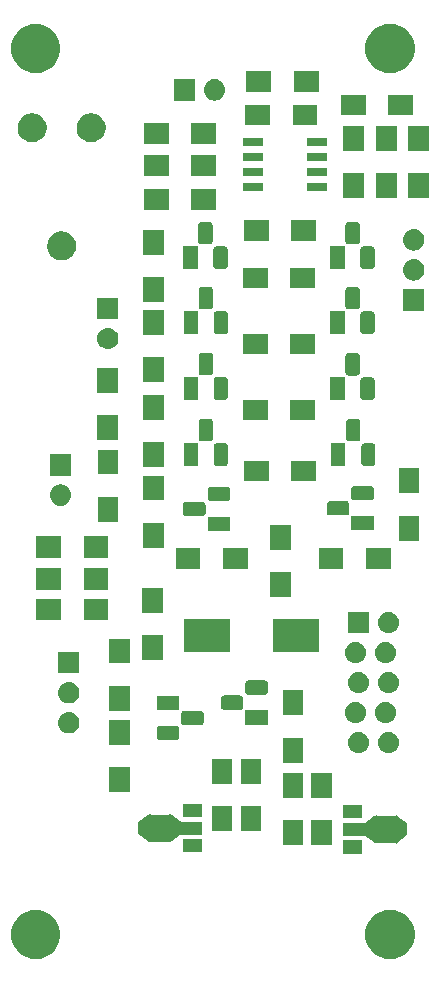
<source format=gts>
G04 #@! TF.GenerationSoftware,KiCad,Pcbnew,(5.1.0)-1*
G04 #@! TF.CreationDate,2019-05-12T11:57:30-04:00*
G04 #@! TF.ProjectId,VCF,5643462e-6b69-4636-9164-5f7063625858,rev?*
G04 #@! TF.SameCoordinates,Original*
G04 #@! TF.FileFunction,Soldermask,Top*
G04 #@! TF.FilePolarity,Negative*
%FSLAX46Y46*%
G04 Gerber Fmt 4.6, Leading zero omitted, Abs format (unit mm)*
G04 Created by KiCad (PCBNEW (5.1.0)-1) date 2019-05-12 11:57:30*
%MOMM*%
%LPD*%
G04 APERTURE LIST*
%ADD10C,0.100000*%
G04 APERTURE END LIST*
D10*
G36*
X65406373Y-107957024D02*
G01*
X65607589Y-107997048D01*
X65986671Y-108154069D01*
X66327835Y-108382028D01*
X66617972Y-108672165D01*
X66845931Y-109013329D01*
X67002952Y-109392411D01*
X67083000Y-109794842D01*
X67083000Y-110205158D01*
X67002952Y-110607589D01*
X66845931Y-110986671D01*
X66617972Y-111327835D01*
X66327835Y-111617972D01*
X65986671Y-111845931D01*
X65607589Y-112002952D01*
X65406373Y-112042976D01*
X65205159Y-112083000D01*
X64794841Y-112083000D01*
X64593627Y-112042976D01*
X64392411Y-112002952D01*
X64013329Y-111845931D01*
X63672165Y-111617972D01*
X63382028Y-111327835D01*
X63154069Y-110986671D01*
X62997048Y-110607589D01*
X62917000Y-110205158D01*
X62917000Y-109794842D01*
X62997048Y-109392411D01*
X63154069Y-109013329D01*
X63382028Y-108672165D01*
X63672165Y-108382028D01*
X64013329Y-108154069D01*
X64392411Y-107997048D01*
X64593627Y-107957024D01*
X64794841Y-107917000D01*
X65205159Y-107917000D01*
X65406373Y-107957024D01*
X65406373Y-107957024D01*
G37*
G36*
X35406373Y-107957024D02*
G01*
X35607589Y-107997048D01*
X35986671Y-108154069D01*
X36327835Y-108382028D01*
X36617972Y-108672165D01*
X36845931Y-109013329D01*
X37002952Y-109392411D01*
X37083000Y-109794842D01*
X37083000Y-110205158D01*
X37002952Y-110607589D01*
X36845931Y-110986671D01*
X36617972Y-111327835D01*
X36327835Y-111617972D01*
X35986671Y-111845931D01*
X35607589Y-112002952D01*
X35406373Y-112042976D01*
X35205159Y-112083000D01*
X34794841Y-112083000D01*
X34593627Y-112042976D01*
X34392411Y-112002952D01*
X34013329Y-111845931D01*
X33672165Y-111617972D01*
X33382028Y-111327835D01*
X33154069Y-110986671D01*
X32997048Y-110607589D01*
X32917000Y-110205158D01*
X32917000Y-109794842D01*
X32997048Y-109392411D01*
X33154069Y-109013329D01*
X33382028Y-108672165D01*
X33672165Y-108382028D01*
X34013329Y-108154069D01*
X34392411Y-107997048D01*
X34593627Y-107957024D01*
X34794841Y-107917000D01*
X35205159Y-107917000D01*
X35406373Y-107957024D01*
X35406373Y-107957024D01*
G37*
G36*
X62654500Y-103151000D02*
G01*
X61052500Y-103151000D01*
X61052500Y-102049000D01*
X62654500Y-102049000D01*
X62654500Y-103151000D01*
X62654500Y-103151000D01*
G37*
G36*
X49114500Y-103051000D02*
G01*
X47512500Y-103051000D01*
X47512500Y-101949000D01*
X49114500Y-101949000D01*
X49114500Y-103051000D01*
X49114500Y-103051000D01*
G37*
G36*
X57651000Y-102451000D02*
G01*
X55949000Y-102451000D01*
X55949000Y-100349000D01*
X57651000Y-100349000D01*
X57651000Y-102451000D01*
X57651000Y-102451000D01*
G37*
G36*
X60051000Y-102451000D02*
G01*
X58349000Y-102451000D01*
X58349000Y-100349000D01*
X60051000Y-100349000D01*
X60051000Y-102451000D01*
X60051000Y-102451000D01*
G37*
G36*
X65559276Y-99926121D02*
G01*
X65580584Y-99938222D01*
X65603843Y-99945933D01*
X65631361Y-99949000D01*
X65642735Y-99949000D01*
X65647515Y-99964757D01*
X65659066Y-99986368D01*
X65674611Y-100005310D01*
X65690914Y-100019042D01*
X66476500Y-100573574D01*
X66476500Y-101626426D01*
X65690914Y-102180958D01*
X65672377Y-102196983D01*
X65657322Y-102216317D01*
X65646328Y-102238216D01*
X65642805Y-102251000D01*
X65631361Y-102251000D01*
X65606975Y-102253402D01*
X65583526Y-102260515D01*
X65559276Y-102273879D01*
X65506051Y-102311450D01*
X65503434Y-102306553D01*
X65487889Y-102287611D01*
X65468947Y-102272066D01*
X65447336Y-102260515D01*
X65423887Y-102253402D01*
X65399501Y-102251000D01*
X63933299Y-102251000D01*
X63908913Y-102253402D01*
X63885464Y-102260515D01*
X63863853Y-102272066D01*
X63844911Y-102287611D01*
X63829366Y-102306553D01*
X63826975Y-102311026D01*
X63773504Y-102273596D01*
X63752149Y-102261579D01*
X63728860Y-102253959D01*
X63701822Y-102251000D01*
X63690856Y-102251000D01*
X63686485Y-102236590D01*
X63674934Y-102214979D01*
X63659389Y-102196037D01*
X63642683Y-102182022D01*
X62916360Y-101673596D01*
X62895005Y-101661579D01*
X62871716Y-101653959D01*
X62844678Y-101651000D01*
X61049000Y-101651000D01*
X61049000Y-100549000D01*
X62844678Y-100549000D01*
X62869064Y-100546598D01*
X62892513Y-100539485D01*
X62916360Y-100526404D01*
X63642683Y-100017978D01*
X63661284Y-100002026D01*
X63676415Y-99982752D01*
X63687495Y-99960896D01*
X63690824Y-99949000D01*
X63701822Y-99949000D01*
X63726208Y-99946598D01*
X63749657Y-99939485D01*
X63773504Y-99926404D01*
X63826975Y-99888974D01*
X63829366Y-99893447D01*
X63844911Y-99912389D01*
X63863853Y-99927934D01*
X63885464Y-99939485D01*
X63908913Y-99946598D01*
X63933299Y-99949000D01*
X65399501Y-99949000D01*
X65423887Y-99946598D01*
X65447336Y-99939485D01*
X65468947Y-99927934D01*
X65487889Y-99912389D01*
X65503434Y-99893447D01*
X65506051Y-99888550D01*
X65559276Y-99926121D01*
X65559276Y-99926121D01*
G37*
G36*
X44663566Y-99793447D02*
G01*
X44679111Y-99812389D01*
X44698053Y-99827934D01*
X44719664Y-99839485D01*
X44743113Y-99846598D01*
X44767499Y-99849000D01*
X46233701Y-99849000D01*
X46258087Y-99846598D01*
X46281536Y-99839485D01*
X46303147Y-99827934D01*
X46322089Y-99812389D01*
X46337634Y-99793447D01*
X46340025Y-99788974D01*
X46393496Y-99826404D01*
X46414851Y-99838421D01*
X46438140Y-99846041D01*
X46465178Y-99849000D01*
X46476144Y-99849000D01*
X46480515Y-99863410D01*
X46492066Y-99885021D01*
X46507611Y-99903963D01*
X46524317Y-99917978D01*
X47250640Y-100426404D01*
X47271995Y-100438421D01*
X47295284Y-100446041D01*
X47322322Y-100449000D01*
X49118000Y-100449000D01*
X49118000Y-101551000D01*
X47322322Y-101551000D01*
X47297936Y-101553402D01*
X47274487Y-101560515D01*
X47250640Y-101573596D01*
X46524317Y-102082022D01*
X46505716Y-102097974D01*
X46490585Y-102117248D01*
X46479505Y-102139104D01*
X46476176Y-102151000D01*
X46465178Y-102151000D01*
X46440792Y-102153402D01*
X46417343Y-102160515D01*
X46393496Y-102173596D01*
X46340025Y-102211026D01*
X46337634Y-102206553D01*
X46322089Y-102187611D01*
X46303147Y-102172066D01*
X46281536Y-102160515D01*
X46258087Y-102153402D01*
X46233701Y-102151000D01*
X44767499Y-102151000D01*
X44743113Y-102153402D01*
X44719664Y-102160515D01*
X44698053Y-102172066D01*
X44679111Y-102187611D01*
X44663566Y-102206553D01*
X44660949Y-102211450D01*
X44607724Y-102173879D01*
X44586416Y-102161778D01*
X44563157Y-102154067D01*
X44535639Y-102151000D01*
X44524265Y-102151000D01*
X44519485Y-102135243D01*
X44507934Y-102113632D01*
X44492389Y-102094690D01*
X44476086Y-102080958D01*
X43690500Y-101526426D01*
X43690500Y-100473574D01*
X44476086Y-99919042D01*
X44494623Y-99903017D01*
X44509678Y-99883683D01*
X44520672Y-99861784D01*
X44524195Y-99849000D01*
X44535639Y-99849000D01*
X44560025Y-99846598D01*
X44583474Y-99839485D01*
X44607724Y-99826121D01*
X44660949Y-99788550D01*
X44663566Y-99793447D01*
X44663566Y-99793447D01*
G37*
G36*
X54051000Y-101251000D02*
G01*
X52349000Y-101251000D01*
X52349000Y-99149000D01*
X54051000Y-99149000D01*
X54051000Y-101251000D01*
X54051000Y-101251000D01*
G37*
G36*
X51651000Y-101251000D02*
G01*
X49949000Y-101251000D01*
X49949000Y-99149000D01*
X51651000Y-99149000D01*
X51651000Y-101251000D01*
X51651000Y-101251000D01*
G37*
G36*
X62654500Y-100151000D02*
G01*
X61052500Y-100151000D01*
X61052500Y-99049000D01*
X62654500Y-99049000D01*
X62654500Y-100151000D01*
X62654500Y-100151000D01*
G37*
G36*
X49114500Y-100051000D02*
G01*
X47512500Y-100051000D01*
X47512500Y-98949000D01*
X49114500Y-98949000D01*
X49114500Y-100051000D01*
X49114500Y-100051000D01*
G37*
G36*
X60051000Y-98451000D02*
G01*
X58349000Y-98451000D01*
X58349000Y-96349000D01*
X60051000Y-96349000D01*
X60051000Y-98451000D01*
X60051000Y-98451000D01*
G37*
G36*
X57651000Y-98451000D02*
G01*
X55949000Y-98451000D01*
X55949000Y-96349000D01*
X57651000Y-96349000D01*
X57651000Y-98451000D01*
X57651000Y-98451000D01*
G37*
G36*
X43001000Y-97951000D02*
G01*
X41199000Y-97951000D01*
X41199000Y-95849000D01*
X43001000Y-95849000D01*
X43001000Y-97951000D01*
X43001000Y-97951000D01*
G37*
G36*
X51651000Y-97251000D02*
G01*
X49949000Y-97251000D01*
X49949000Y-95149000D01*
X51651000Y-95149000D01*
X51651000Y-97251000D01*
X51651000Y-97251000D01*
G37*
G36*
X54051000Y-97251000D02*
G01*
X52349000Y-97251000D01*
X52349000Y-95149000D01*
X54051000Y-95149000D01*
X54051000Y-97251000D01*
X54051000Y-97251000D01*
G37*
G36*
X57651000Y-95451000D02*
G01*
X55949000Y-95451000D01*
X55949000Y-93349000D01*
X57651000Y-93349000D01*
X57651000Y-95451000D01*
X57651000Y-95451000D01*
G37*
G36*
X64977442Y-92865518D02*
G01*
X65043627Y-92872037D01*
X65213466Y-92923557D01*
X65369991Y-93007222D01*
X65405729Y-93036552D01*
X65507186Y-93119814D01*
X65590448Y-93221271D01*
X65619778Y-93257009D01*
X65619779Y-93257011D01*
X65700191Y-93407449D01*
X65703443Y-93413534D01*
X65754963Y-93583373D01*
X65772359Y-93760000D01*
X65754963Y-93936627D01*
X65703443Y-94106466D01*
X65619778Y-94262991D01*
X65590448Y-94298729D01*
X65507186Y-94400186D01*
X65405729Y-94483448D01*
X65369991Y-94512778D01*
X65213466Y-94596443D01*
X65043627Y-94647963D01*
X64977443Y-94654481D01*
X64911260Y-94661000D01*
X64822740Y-94661000D01*
X64756557Y-94654481D01*
X64690373Y-94647963D01*
X64520534Y-94596443D01*
X64364009Y-94512778D01*
X64328271Y-94483448D01*
X64226814Y-94400186D01*
X64143552Y-94298729D01*
X64114222Y-94262991D01*
X64030557Y-94106466D01*
X63979037Y-93936627D01*
X63961641Y-93760000D01*
X63979037Y-93583373D01*
X64030557Y-93413534D01*
X64033810Y-93407449D01*
X64114221Y-93257011D01*
X64114222Y-93257009D01*
X64143552Y-93221271D01*
X64226814Y-93119814D01*
X64328271Y-93036552D01*
X64364009Y-93007222D01*
X64520534Y-92923557D01*
X64690373Y-92872037D01*
X64756558Y-92865518D01*
X64822740Y-92859000D01*
X64911260Y-92859000D01*
X64977442Y-92865518D01*
X64977442Y-92865518D01*
G37*
G36*
X62437442Y-92865518D02*
G01*
X62503627Y-92872037D01*
X62673466Y-92923557D01*
X62829991Y-93007222D01*
X62865729Y-93036552D01*
X62967186Y-93119814D01*
X63050448Y-93221271D01*
X63079778Y-93257009D01*
X63079779Y-93257011D01*
X63160191Y-93407449D01*
X63163443Y-93413534D01*
X63214963Y-93583373D01*
X63232359Y-93760000D01*
X63214963Y-93936627D01*
X63163443Y-94106466D01*
X63079778Y-94262991D01*
X63050448Y-94298729D01*
X62967186Y-94400186D01*
X62865729Y-94483448D01*
X62829991Y-94512778D01*
X62673466Y-94596443D01*
X62503627Y-94647963D01*
X62437443Y-94654481D01*
X62371260Y-94661000D01*
X62282740Y-94661000D01*
X62216557Y-94654481D01*
X62150373Y-94647963D01*
X61980534Y-94596443D01*
X61824009Y-94512778D01*
X61788271Y-94483448D01*
X61686814Y-94400186D01*
X61603552Y-94298729D01*
X61574222Y-94262991D01*
X61490557Y-94106466D01*
X61439037Y-93936627D01*
X61421641Y-93760000D01*
X61439037Y-93583373D01*
X61490557Y-93413534D01*
X61493810Y-93407449D01*
X61574221Y-93257011D01*
X61574222Y-93257009D01*
X61603552Y-93221271D01*
X61686814Y-93119814D01*
X61788271Y-93036552D01*
X61824009Y-93007222D01*
X61980534Y-92923557D01*
X62150373Y-92872037D01*
X62216558Y-92865518D01*
X62282740Y-92859000D01*
X62371260Y-92859000D01*
X62437442Y-92865518D01*
X62437442Y-92865518D01*
G37*
G36*
X43001000Y-93951000D02*
G01*
X41199000Y-93951000D01*
X41199000Y-91849000D01*
X43001000Y-91849000D01*
X43001000Y-93951000D01*
X43001000Y-93951000D01*
G37*
G36*
X46959315Y-92344166D02*
G01*
X47003843Y-92357674D01*
X47044892Y-92379615D01*
X47080864Y-92409136D01*
X47110385Y-92445108D01*
X47132326Y-92486157D01*
X47145834Y-92530685D01*
X47151000Y-92583140D01*
X47151000Y-93296860D01*
X47145834Y-93349315D01*
X47132326Y-93393843D01*
X47110385Y-93434892D01*
X47080864Y-93470864D01*
X47044892Y-93500385D01*
X47003843Y-93522326D01*
X46959315Y-93535834D01*
X46906860Y-93541000D01*
X45493140Y-93541000D01*
X45440685Y-93535834D01*
X45396157Y-93522326D01*
X45355108Y-93500385D01*
X45319136Y-93470864D01*
X45289615Y-93434892D01*
X45267674Y-93393843D01*
X45254166Y-93349315D01*
X45249000Y-93296860D01*
X45249000Y-92583140D01*
X45254166Y-92530685D01*
X45267674Y-92486157D01*
X45289615Y-92445108D01*
X45319136Y-92409136D01*
X45355108Y-92379615D01*
X45396157Y-92357674D01*
X45440685Y-92344166D01*
X45493140Y-92339000D01*
X46906860Y-92339000D01*
X46959315Y-92344166D01*
X46959315Y-92344166D01*
G37*
G36*
X37904396Y-91184923D02*
G01*
X37976627Y-91192037D01*
X38146466Y-91243557D01*
X38302991Y-91327222D01*
X38338729Y-91356552D01*
X38440186Y-91439814D01*
X38523448Y-91541271D01*
X38552778Y-91577009D01*
X38636443Y-91733534D01*
X38687963Y-91903373D01*
X38705359Y-92080000D01*
X38687963Y-92256627D01*
X38636443Y-92426466D01*
X38552778Y-92582991D01*
X38523448Y-92618729D01*
X38440186Y-92720186D01*
X38338729Y-92803448D01*
X38302991Y-92832778D01*
X38146466Y-92916443D01*
X37976627Y-92967963D01*
X37910443Y-92974481D01*
X37844260Y-92981000D01*
X37755740Y-92981000D01*
X37689557Y-92974481D01*
X37623373Y-92967963D01*
X37453534Y-92916443D01*
X37297009Y-92832778D01*
X37261271Y-92803448D01*
X37159814Y-92720186D01*
X37076552Y-92618729D01*
X37047222Y-92582991D01*
X36963557Y-92426466D01*
X36912037Y-92256627D01*
X36894641Y-92080000D01*
X36912037Y-91903373D01*
X36963557Y-91733534D01*
X37047222Y-91577009D01*
X37076552Y-91541271D01*
X37159814Y-91439814D01*
X37261271Y-91356552D01*
X37297009Y-91327222D01*
X37453534Y-91243557D01*
X37623373Y-91192037D01*
X37695604Y-91184923D01*
X37755740Y-91179000D01*
X37844260Y-91179000D01*
X37904396Y-91184923D01*
X37904396Y-91184923D01*
G37*
G36*
X49029315Y-91074166D02*
G01*
X49073843Y-91087674D01*
X49114892Y-91109615D01*
X49150864Y-91139136D01*
X49180385Y-91175108D01*
X49202326Y-91216157D01*
X49215834Y-91260685D01*
X49221000Y-91313140D01*
X49221000Y-92026860D01*
X49215834Y-92079315D01*
X49202326Y-92123843D01*
X49180385Y-92164892D01*
X49150864Y-92200864D01*
X49114892Y-92230385D01*
X49073843Y-92252326D01*
X49029315Y-92265834D01*
X48976860Y-92271000D01*
X47563140Y-92271000D01*
X47510685Y-92265834D01*
X47466157Y-92252326D01*
X47425108Y-92230385D01*
X47389136Y-92200864D01*
X47359615Y-92164892D01*
X47337674Y-92123843D01*
X47324166Y-92079315D01*
X47319000Y-92026860D01*
X47319000Y-91313140D01*
X47324166Y-91260685D01*
X47337675Y-91216153D01*
X47354368Y-91184923D01*
X47360417Y-91170320D01*
X47372624Y-91159256D01*
X47389136Y-91139136D01*
X47425108Y-91109615D01*
X47466157Y-91087674D01*
X47510685Y-91074166D01*
X47563140Y-91069000D01*
X48976860Y-91069000D01*
X49029315Y-91074166D01*
X49029315Y-91074166D01*
G37*
G36*
X54651000Y-92241000D02*
G01*
X52749000Y-92241000D01*
X52749000Y-91039000D01*
X54651000Y-91039000D01*
X54651000Y-92241000D01*
X54651000Y-92241000D01*
G37*
G36*
X62183443Y-90325519D02*
G01*
X62249627Y-90332037D01*
X62419466Y-90383557D01*
X62575991Y-90467222D01*
X62611729Y-90496552D01*
X62713186Y-90579814D01*
X62787609Y-90670500D01*
X62825778Y-90717009D01*
X62862385Y-90785496D01*
X62899578Y-90855077D01*
X62909443Y-90873534D01*
X62960963Y-91043373D01*
X62978359Y-91220000D01*
X62960963Y-91396627D01*
X62909443Y-91566466D01*
X62825778Y-91722991D01*
X62796448Y-91758729D01*
X62713186Y-91860186D01*
X62611729Y-91943448D01*
X62575991Y-91972778D01*
X62575989Y-91972779D01*
X62474812Y-92026860D01*
X62419466Y-92056443D01*
X62249627Y-92107963D01*
X62183443Y-92114481D01*
X62117260Y-92121000D01*
X62028740Y-92121000D01*
X61962557Y-92114481D01*
X61896373Y-92107963D01*
X61726534Y-92056443D01*
X61671189Y-92026860D01*
X61570011Y-91972779D01*
X61570009Y-91972778D01*
X61534271Y-91943448D01*
X61432814Y-91860186D01*
X61349552Y-91758729D01*
X61320222Y-91722991D01*
X61236557Y-91566466D01*
X61185037Y-91396627D01*
X61167641Y-91220000D01*
X61185037Y-91043373D01*
X61236557Y-90873534D01*
X61246423Y-90855077D01*
X61283615Y-90785496D01*
X61320222Y-90717009D01*
X61358391Y-90670500D01*
X61432814Y-90579814D01*
X61534271Y-90496552D01*
X61570009Y-90467222D01*
X61726534Y-90383557D01*
X61896373Y-90332037D01*
X61962557Y-90325519D01*
X62028740Y-90319000D01*
X62117260Y-90319000D01*
X62183443Y-90325519D01*
X62183443Y-90325519D01*
G37*
G36*
X64723443Y-90325519D02*
G01*
X64789627Y-90332037D01*
X64959466Y-90383557D01*
X65115991Y-90467222D01*
X65151729Y-90496552D01*
X65253186Y-90579814D01*
X65327609Y-90670500D01*
X65365778Y-90717009D01*
X65402385Y-90785496D01*
X65439578Y-90855077D01*
X65449443Y-90873534D01*
X65500963Y-91043373D01*
X65518359Y-91220000D01*
X65500963Y-91396627D01*
X65449443Y-91566466D01*
X65365778Y-91722991D01*
X65336448Y-91758729D01*
X65253186Y-91860186D01*
X65151729Y-91943448D01*
X65115991Y-91972778D01*
X65115989Y-91972779D01*
X65014812Y-92026860D01*
X64959466Y-92056443D01*
X64789627Y-92107963D01*
X64723443Y-92114481D01*
X64657260Y-92121000D01*
X64568740Y-92121000D01*
X64502557Y-92114481D01*
X64436373Y-92107963D01*
X64266534Y-92056443D01*
X64211189Y-92026860D01*
X64110011Y-91972779D01*
X64110009Y-91972778D01*
X64074271Y-91943448D01*
X63972814Y-91860186D01*
X63889552Y-91758729D01*
X63860222Y-91722991D01*
X63776557Y-91566466D01*
X63725037Y-91396627D01*
X63707641Y-91220000D01*
X63725037Y-91043373D01*
X63776557Y-90873534D01*
X63786423Y-90855077D01*
X63823615Y-90785496D01*
X63860222Y-90717009D01*
X63898391Y-90670500D01*
X63972814Y-90579814D01*
X64074271Y-90496552D01*
X64110009Y-90467222D01*
X64266534Y-90383557D01*
X64436373Y-90332037D01*
X64502557Y-90325519D01*
X64568740Y-90319000D01*
X64657260Y-90319000D01*
X64723443Y-90325519D01*
X64723443Y-90325519D01*
G37*
G36*
X57651000Y-91451000D02*
G01*
X55949000Y-91451000D01*
X55949000Y-89349000D01*
X57651000Y-89349000D01*
X57651000Y-91451000D01*
X57651000Y-91451000D01*
G37*
G36*
X43001000Y-91051000D02*
G01*
X41199000Y-91051000D01*
X41199000Y-88949000D01*
X43001000Y-88949000D01*
X43001000Y-91051000D01*
X43001000Y-91051000D01*
G37*
G36*
X47151000Y-91001000D02*
G01*
X45249000Y-91001000D01*
X45249000Y-89799000D01*
X47151000Y-89799000D01*
X47151000Y-91001000D01*
X47151000Y-91001000D01*
G37*
G36*
X52389315Y-89774166D02*
G01*
X52433843Y-89787674D01*
X52474892Y-89809615D01*
X52510864Y-89839136D01*
X52540385Y-89875108D01*
X52562326Y-89916157D01*
X52575834Y-89960685D01*
X52581000Y-90013140D01*
X52581000Y-90726860D01*
X52575834Y-90779315D01*
X52562325Y-90823847D01*
X52545632Y-90855077D01*
X52539583Y-90869680D01*
X52527376Y-90880744D01*
X52510864Y-90900864D01*
X52474892Y-90930385D01*
X52433843Y-90952326D01*
X52389315Y-90965834D01*
X52336860Y-90971000D01*
X50923140Y-90971000D01*
X50870685Y-90965834D01*
X50826157Y-90952326D01*
X50785108Y-90930385D01*
X50749136Y-90900864D01*
X50719615Y-90864892D01*
X50697674Y-90823843D01*
X50684166Y-90779315D01*
X50679000Y-90726860D01*
X50679000Y-90013140D01*
X50684166Y-89960685D01*
X50697674Y-89916157D01*
X50719615Y-89875108D01*
X50749136Y-89839136D01*
X50785108Y-89809615D01*
X50826157Y-89787674D01*
X50870685Y-89774166D01*
X50923140Y-89769000D01*
X52336860Y-89769000D01*
X52389315Y-89774166D01*
X52389315Y-89774166D01*
G37*
G36*
X37910443Y-88645519D02*
G01*
X37976627Y-88652037D01*
X38146466Y-88703557D01*
X38302991Y-88787222D01*
X38338729Y-88816552D01*
X38440186Y-88899814D01*
X38523448Y-89001271D01*
X38552778Y-89037009D01*
X38636443Y-89193534D01*
X38687963Y-89363373D01*
X38705359Y-89540000D01*
X38687963Y-89716627D01*
X38636443Y-89886466D01*
X38552778Y-90042991D01*
X38531022Y-90069500D01*
X38440186Y-90180186D01*
X38338729Y-90263448D01*
X38302991Y-90292778D01*
X38146466Y-90376443D01*
X37976627Y-90427963D01*
X37910442Y-90434482D01*
X37844260Y-90441000D01*
X37755740Y-90441000D01*
X37689558Y-90434482D01*
X37623373Y-90427963D01*
X37453534Y-90376443D01*
X37297009Y-90292778D01*
X37261271Y-90263448D01*
X37159814Y-90180186D01*
X37068978Y-90069500D01*
X37047222Y-90042991D01*
X36963557Y-89886466D01*
X36912037Y-89716627D01*
X36894641Y-89540000D01*
X36912037Y-89363373D01*
X36963557Y-89193534D01*
X37047222Y-89037009D01*
X37076552Y-89001271D01*
X37159814Y-88899814D01*
X37261271Y-88816552D01*
X37297009Y-88787222D01*
X37453534Y-88703557D01*
X37623373Y-88652037D01*
X37689557Y-88645519D01*
X37755740Y-88639000D01*
X37844260Y-88639000D01*
X37910443Y-88645519D01*
X37910443Y-88645519D01*
G37*
G36*
X54459315Y-88504166D02*
G01*
X54503843Y-88517674D01*
X54544892Y-88539615D01*
X54580864Y-88569136D01*
X54610385Y-88605108D01*
X54632326Y-88646157D01*
X54645834Y-88690685D01*
X54651000Y-88743140D01*
X54651000Y-89456860D01*
X54645834Y-89509315D01*
X54632326Y-89553843D01*
X54610385Y-89594892D01*
X54580864Y-89630864D01*
X54544892Y-89660385D01*
X54503843Y-89682326D01*
X54459315Y-89695834D01*
X54406860Y-89701000D01*
X52993140Y-89701000D01*
X52940685Y-89695834D01*
X52896157Y-89682326D01*
X52855108Y-89660385D01*
X52819136Y-89630864D01*
X52789615Y-89594892D01*
X52767674Y-89553843D01*
X52754166Y-89509315D01*
X52749000Y-89456860D01*
X52749000Y-88743140D01*
X52754166Y-88690685D01*
X52767674Y-88646157D01*
X52789615Y-88605108D01*
X52819136Y-88569136D01*
X52855108Y-88539615D01*
X52896157Y-88517674D01*
X52940685Y-88504166D01*
X52993140Y-88499000D01*
X54406860Y-88499000D01*
X54459315Y-88504166D01*
X54459315Y-88504166D01*
G37*
G36*
X64977443Y-87785519D02*
G01*
X65043627Y-87792037D01*
X65213466Y-87843557D01*
X65369991Y-87927222D01*
X65405729Y-87956552D01*
X65507186Y-88039814D01*
X65590448Y-88141271D01*
X65619778Y-88177009D01*
X65703443Y-88333534D01*
X65754963Y-88503373D01*
X65772359Y-88680000D01*
X65754963Y-88856627D01*
X65703443Y-89026466D01*
X65619778Y-89182991D01*
X65590448Y-89218729D01*
X65507186Y-89320186D01*
X65409322Y-89400500D01*
X65369991Y-89432778D01*
X65369989Y-89432779D01*
X65226802Y-89509315D01*
X65213466Y-89516443D01*
X65043627Y-89567963D01*
X64977442Y-89574482D01*
X64911260Y-89581000D01*
X64822740Y-89581000D01*
X64756558Y-89574482D01*
X64690373Y-89567963D01*
X64520534Y-89516443D01*
X64507199Y-89509315D01*
X64364011Y-89432779D01*
X64364009Y-89432778D01*
X64324678Y-89400500D01*
X64226814Y-89320186D01*
X64143552Y-89218729D01*
X64114222Y-89182991D01*
X64030557Y-89026466D01*
X63979037Y-88856627D01*
X63961641Y-88680000D01*
X63979037Y-88503373D01*
X64030557Y-88333534D01*
X64114222Y-88177009D01*
X64143552Y-88141271D01*
X64226814Y-88039814D01*
X64328271Y-87956552D01*
X64364009Y-87927222D01*
X64520534Y-87843557D01*
X64690373Y-87792037D01*
X64756557Y-87785519D01*
X64822740Y-87779000D01*
X64911260Y-87779000D01*
X64977443Y-87785519D01*
X64977443Y-87785519D01*
G37*
G36*
X62437443Y-87785519D02*
G01*
X62503627Y-87792037D01*
X62673466Y-87843557D01*
X62829991Y-87927222D01*
X62865729Y-87956552D01*
X62967186Y-88039814D01*
X63050448Y-88141271D01*
X63079778Y-88177009D01*
X63163443Y-88333534D01*
X63214963Y-88503373D01*
X63232359Y-88680000D01*
X63214963Y-88856627D01*
X63163443Y-89026466D01*
X63079778Y-89182991D01*
X63050448Y-89218729D01*
X62967186Y-89320186D01*
X62869322Y-89400500D01*
X62829991Y-89432778D01*
X62829989Y-89432779D01*
X62686802Y-89509315D01*
X62673466Y-89516443D01*
X62503627Y-89567963D01*
X62437442Y-89574482D01*
X62371260Y-89581000D01*
X62282740Y-89581000D01*
X62216558Y-89574482D01*
X62150373Y-89567963D01*
X61980534Y-89516443D01*
X61967199Y-89509315D01*
X61824011Y-89432779D01*
X61824009Y-89432778D01*
X61784678Y-89400500D01*
X61686814Y-89320186D01*
X61603552Y-89218729D01*
X61574222Y-89182991D01*
X61490557Y-89026466D01*
X61439037Y-88856627D01*
X61421641Y-88680000D01*
X61439037Y-88503373D01*
X61490557Y-88333534D01*
X61574222Y-88177009D01*
X61603552Y-88141271D01*
X61686814Y-88039814D01*
X61788271Y-87956552D01*
X61824009Y-87927222D01*
X61980534Y-87843557D01*
X62150373Y-87792037D01*
X62216557Y-87785519D01*
X62282740Y-87779000D01*
X62371260Y-87779000D01*
X62437443Y-87785519D01*
X62437443Y-87785519D01*
G37*
G36*
X38701000Y-87901000D02*
G01*
X36899000Y-87901000D01*
X36899000Y-86099000D01*
X38701000Y-86099000D01*
X38701000Y-87901000D01*
X38701000Y-87901000D01*
G37*
G36*
X43001000Y-87051000D02*
G01*
X41199000Y-87051000D01*
X41199000Y-84949000D01*
X43001000Y-84949000D01*
X43001000Y-87051000D01*
X43001000Y-87051000D01*
G37*
G36*
X62183443Y-85245519D02*
G01*
X62249627Y-85252037D01*
X62419466Y-85303557D01*
X62575991Y-85387222D01*
X62611729Y-85416552D01*
X62713186Y-85499814D01*
X62796448Y-85601271D01*
X62825778Y-85637009D01*
X62909443Y-85793534D01*
X62960963Y-85963373D01*
X62978359Y-86140000D01*
X62960963Y-86316627D01*
X62909443Y-86486466D01*
X62825778Y-86642991D01*
X62796448Y-86678729D01*
X62713186Y-86780186D01*
X62611729Y-86863448D01*
X62575991Y-86892778D01*
X62419466Y-86976443D01*
X62249627Y-87027963D01*
X62183443Y-87034481D01*
X62117260Y-87041000D01*
X62028740Y-87041000D01*
X61962557Y-87034481D01*
X61896373Y-87027963D01*
X61726534Y-86976443D01*
X61570009Y-86892778D01*
X61534271Y-86863448D01*
X61432814Y-86780186D01*
X61349552Y-86678729D01*
X61320222Y-86642991D01*
X61236557Y-86486466D01*
X61185037Y-86316627D01*
X61167641Y-86140000D01*
X61185037Y-85963373D01*
X61236557Y-85793534D01*
X61320222Y-85637009D01*
X61349552Y-85601271D01*
X61432814Y-85499814D01*
X61534271Y-85416552D01*
X61570009Y-85387222D01*
X61726534Y-85303557D01*
X61896373Y-85252037D01*
X61962557Y-85245519D01*
X62028740Y-85239000D01*
X62117260Y-85239000D01*
X62183443Y-85245519D01*
X62183443Y-85245519D01*
G37*
G36*
X64723443Y-85245519D02*
G01*
X64789627Y-85252037D01*
X64959466Y-85303557D01*
X65115991Y-85387222D01*
X65151729Y-85416552D01*
X65253186Y-85499814D01*
X65336448Y-85601271D01*
X65365778Y-85637009D01*
X65449443Y-85793534D01*
X65500963Y-85963373D01*
X65518359Y-86140000D01*
X65500963Y-86316627D01*
X65449443Y-86486466D01*
X65365778Y-86642991D01*
X65336448Y-86678729D01*
X65253186Y-86780186D01*
X65151729Y-86863448D01*
X65115991Y-86892778D01*
X64959466Y-86976443D01*
X64789627Y-87027963D01*
X64723443Y-87034481D01*
X64657260Y-87041000D01*
X64568740Y-87041000D01*
X64502557Y-87034481D01*
X64436373Y-87027963D01*
X64266534Y-86976443D01*
X64110009Y-86892778D01*
X64074271Y-86863448D01*
X63972814Y-86780186D01*
X63889552Y-86678729D01*
X63860222Y-86642991D01*
X63776557Y-86486466D01*
X63725037Y-86316627D01*
X63707641Y-86140000D01*
X63725037Y-85963373D01*
X63776557Y-85793534D01*
X63860222Y-85637009D01*
X63889552Y-85601271D01*
X63972814Y-85499814D01*
X64074271Y-85416552D01*
X64110009Y-85387222D01*
X64266534Y-85303557D01*
X64436373Y-85252037D01*
X64502557Y-85245519D01*
X64568740Y-85239000D01*
X64657260Y-85239000D01*
X64723443Y-85245519D01*
X64723443Y-85245519D01*
G37*
G36*
X45801000Y-86751000D02*
G01*
X43999000Y-86751000D01*
X43999000Y-84649000D01*
X45801000Y-84649000D01*
X45801000Y-86751000D01*
X45801000Y-86751000D01*
G37*
G36*
X51426000Y-86101000D02*
G01*
X47574000Y-86101000D01*
X47574000Y-83299000D01*
X51426000Y-83299000D01*
X51426000Y-86101000D01*
X51426000Y-86101000D01*
G37*
G36*
X58976000Y-86101000D02*
G01*
X55124000Y-86101000D01*
X55124000Y-83299000D01*
X58976000Y-83299000D01*
X58976000Y-86101000D01*
X58976000Y-86101000D01*
G37*
G36*
X63228000Y-84501000D02*
G01*
X61426000Y-84501000D01*
X61426000Y-82699000D01*
X63228000Y-82699000D01*
X63228000Y-84501000D01*
X63228000Y-84501000D01*
G37*
G36*
X64977442Y-82705518D02*
G01*
X65043627Y-82712037D01*
X65213466Y-82763557D01*
X65369991Y-82847222D01*
X65405729Y-82876552D01*
X65507186Y-82959814D01*
X65590448Y-83061271D01*
X65619778Y-83097009D01*
X65703443Y-83253534D01*
X65754963Y-83423373D01*
X65772359Y-83600000D01*
X65754963Y-83776627D01*
X65703443Y-83946466D01*
X65619778Y-84102991D01*
X65590448Y-84138729D01*
X65507186Y-84240186D01*
X65405729Y-84323448D01*
X65369991Y-84352778D01*
X65213466Y-84436443D01*
X65043627Y-84487963D01*
X64977443Y-84494481D01*
X64911260Y-84501000D01*
X64822740Y-84501000D01*
X64756557Y-84494481D01*
X64690373Y-84487963D01*
X64520534Y-84436443D01*
X64364009Y-84352778D01*
X64328271Y-84323448D01*
X64226814Y-84240186D01*
X64143552Y-84138729D01*
X64114222Y-84102991D01*
X64030557Y-83946466D01*
X63979037Y-83776627D01*
X63961641Y-83600000D01*
X63979037Y-83423373D01*
X64030557Y-83253534D01*
X64114222Y-83097009D01*
X64143552Y-83061271D01*
X64226814Y-82959814D01*
X64328271Y-82876552D01*
X64364009Y-82847222D01*
X64520534Y-82763557D01*
X64690373Y-82712037D01*
X64756558Y-82705518D01*
X64822740Y-82699000D01*
X64911260Y-82699000D01*
X64977442Y-82705518D01*
X64977442Y-82705518D01*
G37*
G36*
X37151000Y-83401000D02*
G01*
X35049000Y-83401000D01*
X35049000Y-81599000D01*
X37151000Y-81599000D01*
X37151000Y-83401000D01*
X37151000Y-83401000D01*
G37*
G36*
X41151000Y-83401000D02*
G01*
X39049000Y-83401000D01*
X39049000Y-81599000D01*
X41151000Y-81599000D01*
X41151000Y-83401000D01*
X41151000Y-83401000D01*
G37*
G36*
X45801000Y-82751000D02*
G01*
X43999000Y-82751000D01*
X43999000Y-80649000D01*
X45801000Y-80649000D01*
X45801000Y-82751000D01*
X45801000Y-82751000D01*
G37*
G36*
X56601000Y-81451000D02*
G01*
X54799000Y-81451000D01*
X54799000Y-79349000D01*
X56601000Y-79349000D01*
X56601000Y-81451000D01*
X56601000Y-81451000D01*
G37*
G36*
X41151000Y-80801000D02*
G01*
X39049000Y-80801000D01*
X39049000Y-78999000D01*
X41151000Y-78999000D01*
X41151000Y-80801000D01*
X41151000Y-80801000D01*
G37*
G36*
X37151000Y-80801000D02*
G01*
X35049000Y-80801000D01*
X35049000Y-78999000D01*
X37151000Y-78999000D01*
X37151000Y-80801000D01*
X37151000Y-80801000D01*
G37*
G36*
X65051000Y-79101000D02*
G01*
X62949000Y-79101000D01*
X62949000Y-77299000D01*
X65051000Y-77299000D01*
X65051000Y-79101000D01*
X65051000Y-79101000D01*
G37*
G36*
X61051000Y-79101000D02*
G01*
X58949000Y-79101000D01*
X58949000Y-77299000D01*
X61051000Y-77299000D01*
X61051000Y-79101000D01*
X61051000Y-79101000D01*
G37*
G36*
X52951000Y-79101000D02*
G01*
X50849000Y-79101000D01*
X50849000Y-77299000D01*
X52951000Y-77299000D01*
X52951000Y-79101000D01*
X52951000Y-79101000D01*
G37*
G36*
X48951000Y-79101000D02*
G01*
X46849000Y-79101000D01*
X46849000Y-77299000D01*
X48951000Y-77299000D01*
X48951000Y-79101000D01*
X48951000Y-79101000D01*
G37*
G36*
X37151000Y-78101000D02*
G01*
X35049000Y-78101000D01*
X35049000Y-76299000D01*
X37151000Y-76299000D01*
X37151000Y-78101000D01*
X37151000Y-78101000D01*
G37*
G36*
X41151000Y-78101000D02*
G01*
X39049000Y-78101000D01*
X39049000Y-76299000D01*
X41151000Y-76299000D01*
X41151000Y-78101000D01*
X41151000Y-78101000D01*
G37*
G36*
X56601000Y-77451000D02*
G01*
X54799000Y-77451000D01*
X54799000Y-75349000D01*
X56601000Y-75349000D01*
X56601000Y-77451000D01*
X56601000Y-77451000D01*
G37*
G36*
X45901000Y-77251000D02*
G01*
X44099000Y-77251000D01*
X44099000Y-75149000D01*
X45901000Y-75149000D01*
X45901000Y-77251000D01*
X45901000Y-77251000D01*
G37*
G36*
X67451000Y-76651000D02*
G01*
X65749000Y-76651000D01*
X65749000Y-74549000D01*
X67451000Y-74549000D01*
X67451000Y-76651000D01*
X67451000Y-76651000D01*
G37*
G36*
X51451000Y-75841000D02*
G01*
X49549000Y-75841000D01*
X49549000Y-74639000D01*
X51451000Y-74639000D01*
X51451000Y-75841000D01*
X51451000Y-75841000D01*
G37*
G36*
X63621000Y-75801000D02*
G01*
X61719000Y-75801000D01*
X61719000Y-74599000D01*
X63621000Y-74599000D01*
X63621000Y-75801000D01*
X63621000Y-75801000D01*
G37*
G36*
X41951000Y-75051000D02*
G01*
X40249000Y-75051000D01*
X40249000Y-72949000D01*
X41951000Y-72949000D01*
X41951000Y-75051000D01*
X41951000Y-75051000D01*
G37*
G36*
X49189315Y-73374166D02*
G01*
X49233843Y-73387674D01*
X49274892Y-73409615D01*
X49310864Y-73439136D01*
X49340385Y-73475108D01*
X49362326Y-73516157D01*
X49375834Y-73560685D01*
X49381000Y-73613140D01*
X49381000Y-74326860D01*
X49375834Y-74379315D01*
X49362325Y-74423847D01*
X49345632Y-74455077D01*
X49339583Y-74469680D01*
X49327376Y-74480744D01*
X49310864Y-74500864D01*
X49274892Y-74530385D01*
X49233843Y-74552326D01*
X49189315Y-74565834D01*
X49136860Y-74571000D01*
X47723140Y-74571000D01*
X47670685Y-74565834D01*
X47626157Y-74552326D01*
X47585108Y-74530385D01*
X47549136Y-74500864D01*
X47519615Y-74464892D01*
X47497674Y-74423843D01*
X47484166Y-74379315D01*
X47479000Y-74326860D01*
X47479000Y-73613140D01*
X47484166Y-73560685D01*
X47497674Y-73516157D01*
X47519615Y-73475108D01*
X47549136Y-73439136D01*
X47585108Y-73409615D01*
X47626157Y-73387674D01*
X47670685Y-73374166D01*
X47723140Y-73369000D01*
X49136860Y-73369000D01*
X49189315Y-73374166D01*
X49189315Y-73374166D01*
G37*
G36*
X61359315Y-73334166D02*
G01*
X61403843Y-73347674D01*
X61444892Y-73369615D01*
X61480864Y-73399136D01*
X61510385Y-73435108D01*
X61532326Y-73476157D01*
X61545834Y-73520685D01*
X61551000Y-73573140D01*
X61551000Y-74286860D01*
X61545834Y-74339315D01*
X61532325Y-74383847D01*
X61515632Y-74415077D01*
X61509583Y-74429680D01*
X61497376Y-74440744D01*
X61480864Y-74460864D01*
X61444892Y-74490385D01*
X61403843Y-74512326D01*
X61359315Y-74525834D01*
X61306860Y-74531000D01*
X59893140Y-74531000D01*
X59840685Y-74525834D01*
X59796157Y-74512326D01*
X59755108Y-74490385D01*
X59719136Y-74460864D01*
X59689615Y-74424892D01*
X59667674Y-74383843D01*
X59654166Y-74339315D01*
X59649000Y-74286860D01*
X59649000Y-73573140D01*
X59654166Y-73520685D01*
X59667674Y-73476157D01*
X59689615Y-73435108D01*
X59719136Y-73399136D01*
X59755108Y-73369615D01*
X59796157Y-73347674D01*
X59840685Y-73334166D01*
X59893140Y-73329000D01*
X61306860Y-73329000D01*
X61359315Y-73334166D01*
X61359315Y-73334166D01*
G37*
G36*
X37210443Y-71905519D02*
G01*
X37276627Y-71912037D01*
X37446466Y-71963557D01*
X37602991Y-72047222D01*
X37617342Y-72059000D01*
X37740186Y-72159814D01*
X37809688Y-72244504D01*
X37852778Y-72297009D01*
X37936443Y-72453534D01*
X37987963Y-72623373D01*
X38005359Y-72800000D01*
X37987963Y-72976627D01*
X37936443Y-73146466D01*
X37852778Y-73302991D01*
X37831433Y-73329000D01*
X37740186Y-73440186D01*
X37649628Y-73514504D01*
X37602991Y-73552778D01*
X37446466Y-73636443D01*
X37276627Y-73687963D01*
X37210442Y-73694482D01*
X37144260Y-73701000D01*
X37055740Y-73701000D01*
X36989558Y-73694482D01*
X36923373Y-73687963D01*
X36753534Y-73636443D01*
X36597009Y-73552778D01*
X36550372Y-73514504D01*
X36459814Y-73440186D01*
X36368567Y-73329000D01*
X36347222Y-73302991D01*
X36263557Y-73146466D01*
X36212037Y-72976627D01*
X36194641Y-72800000D01*
X36212037Y-72623373D01*
X36263557Y-72453534D01*
X36347222Y-72297009D01*
X36390312Y-72244504D01*
X36459814Y-72159814D01*
X36582658Y-72059000D01*
X36597009Y-72047222D01*
X36753534Y-71963557D01*
X36923373Y-71912037D01*
X36989557Y-71905519D01*
X37055740Y-71899000D01*
X37144260Y-71899000D01*
X37210443Y-71905519D01*
X37210443Y-71905519D01*
G37*
G36*
X51259315Y-72104166D02*
G01*
X51303843Y-72117674D01*
X51344892Y-72139615D01*
X51380864Y-72169136D01*
X51410385Y-72205108D01*
X51432326Y-72246157D01*
X51445834Y-72290685D01*
X51451000Y-72343140D01*
X51451000Y-73056860D01*
X51445834Y-73109315D01*
X51432326Y-73153843D01*
X51410385Y-73194892D01*
X51380864Y-73230864D01*
X51344892Y-73260385D01*
X51303843Y-73282326D01*
X51259315Y-73295834D01*
X51206860Y-73301000D01*
X49793140Y-73301000D01*
X49740685Y-73295834D01*
X49696157Y-73282326D01*
X49655108Y-73260385D01*
X49619136Y-73230864D01*
X49589615Y-73194892D01*
X49567674Y-73153843D01*
X49554166Y-73109315D01*
X49549000Y-73056860D01*
X49549000Y-72343140D01*
X49554166Y-72290685D01*
X49567674Y-72246157D01*
X49589615Y-72205108D01*
X49619136Y-72169136D01*
X49655108Y-72139615D01*
X49696157Y-72117674D01*
X49740685Y-72104166D01*
X49793140Y-72099000D01*
X51206860Y-72099000D01*
X51259315Y-72104166D01*
X51259315Y-72104166D01*
G37*
G36*
X63429315Y-72064166D02*
G01*
X63473843Y-72077674D01*
X63514892Y-72099615D01*
X63550864Y-72129136D01*
X63580385Y-72165108D01*
X63602326Y-72206157D01*
X63615834Y-72250685D01*
X63621000Y-72303140D01*
X63621000Y-73016860D01*
X63615834Y-73069315D01*
X63602326Y-73113843D01*
X63580385Y-73154892D01*
X63550864Y-73190864D01*
X63514892Y-73220385D01*
X63473843Y-73242326D01*
X63429315Y-73255834D01*
X63376860Y-73261000D01*
X61963140Y-73261000D01*
X61910685Y-73255834D01*
X61866157Y-73242326D01*
X61825108Y-73220385D01*
X61789136Y-73190864D01*
X61759615Y-73154892D01*
X61737674Y-73113843D01*
X61724166Y-73069315D01*
X61719000Y-73016860D01*
X61719000Y-72303140D01*
X61724166Y-72250685D01*
X61737674Y-72206157D01*
X61759615Y-72165108D01*
X61789136Y-72129136D01*
X61825108Y-72099615D01*
X61866157Y-72077674D01*
X61910685Y-72064166D01*
X61963140Y-72059000D01*
X63376860Y-72059000D01*
X63429315Y-72064166D01*
X63429315Y-72064166D01*
G37*
G36*
X45901000Y-73251000D02*
G01*
X44099000Y-73251000D01*
X44099000Y-71149000D01*
X45901000Y-71149000D01*
X45901000Y-73251000D01*
X45901000Y-73251000D01*
G37*
G36*
X67451000Y-72651000D02*
G01*
X65749000Y-72651000D01*
X65749000Y-70549000D01*
X67451000Y-70549000D01*
X67451000Y-72651000D01*
X67451000Y-72651000D01*
G37*
G36*
X54751000Y-71651000D02*
G01*
X52649000Y-71651000D01*
X52649000Y-69949000D01*
X54751000Y-69949000D01*
X54751000Y-71651000D01*
X54751000Y-71651000D01*
G37*
G36*
X58751000Y-71651000D02*
G01*
X56649000Y-71651000D01*
X56649000Y-69949000D01*
X58751000Y-69949000D01*
X58751000Y-71651000D01*
X58751000Y-71651000D01*
G37*
G36*
X38001000Y-71161000D02*
G01*
X36199000Y-71161000D01*
X36199000Y-69359000D01*
X38001000Y-69359000D01*
X38001000Y-71161000D01*
X38001000Y-71161000D01*
G37*
G36*
X41951000Y-71051000D02*
G01*
X40249000Y-71051000D01*
X40249000Y-68949000D01*
X41951000Y-68949000D01*
X41951000Y-71051000D01*
X41951000Y-71051000D01*
G37*
G36*
X45901000Y-70451000D02*
G01*
X44099000Y-70451000D01*
X44099000Y-68349000D01*
X45901000Y-68349000D01*
X45901000Y-70451000D01*
X45901000Y-70451000D01*
G37*
G36*
X48731000Y-70321000D02*
G01*
X47529000Y-70321000D01*
X47529000Y-68419000D01*
X48731000Y-68419000D01*
X48731000Y-70321000D01*
X48731000Y-70321000D01*
G37*
G36*
X61231000Y-70321000D02*
G01*
X60029000Y-70321000D01*
X60029000Y-68419000D01*
X61231000Y-68419000D01*
X61231000Y-70321000D01*
X61231000Y-70321000D01*
G37*
G36*
X63579315Y-68424166D02*
G01*
X63623843Y-68437674D01*
X63664892Y-68459615D01*
X63700864Y-68489136D01*
X63730385Y-68525108D01*
X63752326Y-68566157D01*
X63765834Y-68610685D01*
X63771000Y-68663140D01*
X63771000Y-70076860D01*
X63765834Y-70129315D01*
X63752326Y-70173843D01*
X63730385Y-70214892D01*
X63700864Y-70250864D01*
X63664892Y-70280385D01*
X63623843Y-70302326D01*
X63579315Y-70315834D01*
X63526860Y-70321000D01*
X62813140Y-70321000D01*
X62760685Y-70315834D01*
X62716157Y-70302326D01*
X62675108Y-70280385D01*
X62639136Y-70250864D01*
X62609615Y-70214892D01*
X62587674Y-70173843D01*
X62574166Y-70129315D01*
X62569000Y-70076860D01*
X62569000Y-68663140D01*
X62574166Y-68610685D01*
X62587674Y-68566157D01*
X62609615Y-68525108D01*
X62639136Y-68489136D01*
X62675108Y-68459615D01*
X62716157Y-68437674D01*
X62760685Y-68424166D01*
X62813140Y-68419000D01*
X63526860Y-68419000D01*
X63579315Y-68424166D01*
X63579315Y-68424166D01*
G37*
G36*
X51079315Y-68424166D02*
G01*
X51123843Y-68437674D01*
X51164892Y-68459615D01*
X51200864Y-68489136D01*
X51230385Y-68525108D01*
X51252326Y-68566157D01*
X51265834Y-68610685D01*
X51271000Y-68663140D01*
X51271000Y-70076860D01*
X51265834Y-70129315D01*
X51252326Y-70173843D01*
X51230385Y-70214892D01*
X51200864Y-70250864D01*
X51164892Y-70280385D01*
X51123843Y-70302326D01*
X51079315Y-70315834D01*
X51026860Y-70321000D01*
X50313140Y-70321000D01*
X50260685Y-70315834D01*
X50216157Y-70302326D01*
X50175108Y-70280385D01*
X50139136Y-70250864D01*
X50109615Y-70214892D01*
X50087674Y-70173843D01*
X50074166Y-70129315D01*
X50069000Y-70076860D01*
X50069000Y-68663140D01*
X50074166Y-68610685D01*
X50087674Y-68566157D01*
X50109615Y-68525108D01*
X50139136Y-68489136D01*
X50175108Y-68459615D01*
X50216157Y-68437674D01*
X50260685Y-68424166D01*
X50313140Y-68419000D01*
X51026860Y-68419000D01*
X51079315Y-68424166D01*
X51079315Y-68424166D01*
G37*
G36*
X49809315Y-66354166D02*
G01*
X49853843Y-66367674D01*
X49894892Y-66389615D01*
X49930864Y-66419136D01*
X49960385Y-66455108D01*
X49982326Y-66496157D01*
X49995834Y-66540685D01*
X50001000Y-66593140D01*
X50001000Y-68006860D01*
X49995834Y-68059315D01*
X49982326Y-68103843D01*
X49960385Y-68144892D01*
X49930864Y-68180864D01*
X49894892Y-68210385D01*
X49853843Y-68232326D01*
X49809315Y-68245834D01*
X49756860Y-68251000D01*
X49043140Y-68251000D01*
X48990685Y-68245834D01*
X48946153Y-68232325D01*
X48914923Y-68215632D01*
X48900320Y-68209583D01*
X48889256Y-68197376D01*
X48869136Y-68180864D01*
X48839615Y-68144892D01*
X48817674Y-68103843D01*
X48804166Y-68059315D01*
X48799000Y-68006860D01*
X48799000Y-66593140D01*
X48804166Y-66540685D01*
X48817674Y-66496157D01*
X48839615Y-66455108D01*
X48869136Y-66419136D01*
X48905108Y-66389615D01*
X48946157Y-66367674D01*
X48990685Y-66354166D01*
X49043140Y-66349000D01*
X49756860Y-66349000D01*
X49809315Y-66354166D01*
X49809315Y-66354166D01*
G37*
G36*
X62309315Y-66354166D02*
G01*
X62353843Y-66367674D01*
X62394892Y-66389615D01*
X62430864Y-66419136D01*
X62460385Y-66455108D01*
X62482326Y-66496157D01*
X62495834Y-66540685D01*
X62501000Y-66593140D01*
X62501000Y-68006860D01*
X62495834Y-68059315D01*
X62482326Y-68103843D01*
X62460385Y-68144892D01*
X62430864Y-68180864D01*
X62394892Y-68210385D01*
X62353843Y-68232326D01*
X62309315Y-68245834D01*
X62256860Y-68251000D01*
X61543140Y-68251000D01*
X61490685Y-68245834D01*
X61446153Y-68232325D01*
X61414923Y-68215632D01*
X61400320Y-68209583D01*
X61389256Y-68197376D01*
X61369136Y-68180864D01*
X61339615Y-68144892D01*
X61317674Y-68103843D01*
X61304166Y-68059315D01*
X61299000Y-68006860D01*
X61299000Y-66593140D01*
X61304166Y-66540685D01*
X61317674Y-66496157D01*
X61339615Y-66455108D01*
X61369136Y-66419136D01*
X61405108Y-66389615D01*
X61446157Y-66367674D01*
X61490685Y-66354166D01*
X61543140Y-66349000D01*
X62256860Y-66349000D01*
X62309315Y-66354166D01*
X62309315Y-66354166D01*
G37*
G36*
X42001000Y-68151000D02*
G01*
X40199000Y-68151000D01*
X40199000Y-66049000D01*
X42001000Y-66049000D01*
X42001000Y-68151000D01*
X42001000Y-68151000D01*
G37*
G36*
X54651000Y-66451000D02*
G01*
X52549000Y-66451000D01*
X52549000Y-64749000D01*
X54651000Y-64749000D01*
X54651000Y-66451000D01*
X54651000Y-66451000D01*
G37*
G36*
X58651000Y-66451000D02*
G01*
X56549000Y-66451000D01*
X56549000Y-64749000D01*
X58651000Y-64749000D01*
X58651000Y-66451000D01*
X58651000Y-66451000D01*
G37*
G36*
X45901000Y-66451000D02*
G01*
X44099000Y-66451000D01*
X44099000Y-64349000D01*
X45901000Y-64349000D01*
X45901000Y-66451000D01*
X45901000Y-66451000D01*
G37*
G36*
X61161000Y-64751000D02*
G01*
X59959000Y-64751000D01*
X59959000Y-62849000D01*
X61161000Y-62849000D01*
X61161000Y-64751000D01*
X61161000Y-64751000D01*
G37*
G36*
X63509315Y-62854166D02*
G01*
X63553843Y-62867674D01*
X63594892Y-62889615D01*
X63630864Y-62919136D01*
X63660385Y-62955108D01*
X63682326Y-62996157D01*
X63695834Y-63040685D01*
X63701000Y-63093140D01*
X63701000Y-64506860D01*
X63695834Y-64559315D01*
X63682326Y-64603843D01*
X63660385Y-64644892D01*
X63630864Y-64680864D01*
X63594892Y-64710385D01*
X63553843Y-64732326D01*
X63509315Y-64745834D01*
X63456860Y-64751000D01*
X62743140Y-64751000D01*
X62690685Y-64745834D01*
X62646157Y-64732326D01*
X62605108Y-64710385D01*
X62569136Y-64680864D01*
X62539615Y-64644892D01*
X62517674Y-64603843D01*
X62504166Y-64559315D01*
X62499000Y-64506860D01*
X62499000Y-63093140D01*
X62504166Y-63040685D01*
X62517674Y-62996157D01*
X62539615Y-62955108D01*
X62569136Y-62919136D01*
X62605108Y-62889615D01*
X62646157Y-62867674D01*
X62690685Y-62854166D01*
X62743140Y-62849000D01*
X63456860Y-62849000D01*
X63509315Y-62854166D01*
X63509315Y-62854166D01*
G37*
G36*
X48731000Y-64721000D02*
G01*
X47529000Y-64721000D01*
X47529000Y-62819000D01*
X48731000Y-62819000D01*
X48731000Y-64721000D01*
X48731000Y-64721000D01*
G37*
G36*
X51079315Y-62824166D02*
G01*
X51123843Y-62837674D01*
X51164892Y-62859615D01*
X51200864Y-62889136D01*
X51230385Y-62925108D01*
X51252326Y-62966157D01*
X51265834Y-63010685D01*
X51271000Y-63063140D01*
X51271000Y-64476860D01*
X51265834Y-64529315D01*
X51252326Y-64573843D01*
X51230385Y-64614892D01*
X51200864Y-64650864D01*
X51164892Y-64680385D01*
X51123843Y-64702326D01*
X51079315Y-64715834D01*
X51026860Y-64721000D01*
X50313140Y-64721000D01*
X50260685Y-64715834D01*
X50216157Y-64702326D01*
X50175108Y-64680385D01*
X50139136Y-64650864D01*
X50109615Y-64614892D01*
X50087674Y-64573843D01*
X50074166Y-64529315D01*
X50069000Y-64476860D01*
X50069000Y-63063140D01*
X50074166Y-63010685D01*
X50087674Y-62966157D01*
X50109615Y-62925108D01*
X50139136Y-62889136D01*
X50175108Y-62859615D01*
X50216157Y-62837674D01*
X50260685Y-62824166D01*
X50313140Y-62819000D01*
X51026860Y-62819000D01*
X51079315Y-62824166D01*
X51079315Y-62824166D01*
G37*
G36*
X42001000Y-64151000D02*
G01*
X40199000Y-64151000D01*
X40199000Y-62049000D01*
X42001000Y-62049000D01*
X42001000Y-64151000D01*
X42001000Y-64151000D01*
G37*
G36*
X45901000Y-63251000D02*
G01*
X44099000Y-63251000D01*
X44099000Y-61149000D01*
X45901000Y-61149000D01*
X45901000Y-63251000D01*
X45901000Y-63251000D01*
G37*
G36*
X62239315Y-60784166D02*
G01*
X62283843Y-60797674D01*
X62324892Y-60819615D01*
X62360864Y-60849136D01*
X62390385Y-60885108D01*
X62412326Y-60926157D01*
X62425834Y-60970685D01*
X62431000Y-61023140D01*
X62431000Y-62436860D01*
X62425834Y-62489315D01*
X62412326Y-62533843D01*
X62390385Y-62574892D01*
X62360864Y-62610864D01*
X62324892Y-62640385D01*
X62283843Y-62662326D01*
X62239315Y-62675834D01*
X62186860Y-62681000D01*
X61473140Y-62681000D01*
X61420685Y-62675834D01*
X61376153Y-62662325D01*
X61344923Y-62645632D01*
X61330320Y-62639583D01*
X61319256Y-62627376D01*
X61299136Y-62610864D01*
X61269615Y-62574892D01*
X61247674Y-62533843D01*
X61234166Y-62489315D01*
X61229000Y-62436860D01*
X61229000Y-61023140D01*
X61234166Y-60970685D01*
X61247674Y-60926157D01*
X61269615Y-60885108D01*
X61299136Y-60849136D01*
X61335108Y-60819615D01*
X61376157Y-60797674D01*
X61420685Y-60784166D01*
X61473140Y-60779000D01*
X62186860Y-60779000D01*
X62239315Y-60784166D01*
X62239315Y-60784166D01*
G37*
G36*
X49809315Y-60754166D02*
G01*
X49853843Y-60767674D01*
X49894892Y-60789615D01*
X49930864Y-60819136D01*
X49960385Y-60855108D01*
X49982326Y-60896157D01*
X49995834Y-60940685D01*
X50001000Y-60993140D01*
X50001000Y-62406860D01*
X49995834Y-62459315D01*
X49982326Y-62503843D01*
X49960385Y-62544892D01*
X49930864Y-62580864D01*
X49894892Y-62610385D01*
X49853843Y-62632326D01*
X49809315Y-62645834D01*
X49756860Y-62651000D01*
X49043140Y-62651000D01*
X48990685Y-62645834D01*
X48946153Y-62632325D01*
X48914923Y-62615632D01*
X48900320Y-62609583D01*
X48889256Y-62597376D01*
X48869136Y-62580864D01*
X48839615Y-62544892D01*
X48817674Y-62503843D01*
X48804166Y-62459315D01*
X48799000Y-62406860D01*
X48799000Y-60993140D01*
X48804166Y-60940685D01*
X48817674Y-60896157D01*
X48839615Y-60855108D01*
X48869136Y-60819136D01*
X48905108Y-60789615D01*
X48946157Y-60767674D01*
X48990685Y-60754166D01*
X49043140Y-60749000D01*
X49756860Y-60749000D01*
X49809315Y-60754166D01*
X49809315Y-60754166D01*
G37*
G36*
X54651000Y-60851000D02*
G01*
X52549000Y-60851000D01*
X52549000Y-59149000D01*
X54651000Y-59149000D01*
X54651000Y-60851000D01*
X54651000Y-60851000D01*
G37*
G36*
X58651000Y-60851000D02*
G01*
X56549000Y-60851000D01*
X56549000Y-59149000D01*
X58651000Y-59149000D01*
X58651000Y-60851000D01*
X58651000Y-60851000D01*
G37*
G36*
X41210442Y-58645518D02*
G01*
X41276627Y-58652037D01*
X41446466Y-58703557D01*
X41602991Y-58787222D01*
X41638729Y-58816552D01*
X41740186Y-58899814D01*
X41823448Y-59001271D01*
X41852778Y-59037009D01*
X41936443Y-59193534D01*
X41987963Y-59363373D01*
X42005359Y-59540000D01*
X41987963Y-59716627D01*
X41936443Y-59886466D01*
X41852778Y-60042991D01*
X41823448Y-60078729D01*
X41740186Y-60180186D01*
X41638729Y-60263448D01*
X41602991Y-60292778D01*
X41446466Y-60376443D01*
X41276627Y-60427963D01*
X41210443Y-60434481D01*
X41144260Y-60441000D01*
X41055740Y-60441000D01*
X40989557Y-60434481D01*
X40923373Y-60427963D01*
X40753534Y-60376443D01*
X40597009Y-60292778D01*
X40561271Y-60263448D01*
X40459814Y-60180186D01*
X40376552Y-60078729D01*
X40347222Y-60042991D01*
X40263557Y-59886466D01*
X40212037Y-59716627D01*
X40194641Y-59540000D01*
X40212037Y-59363373D01*
X40263557Y-59193534D01*
X40347222Y-59037009D01*
X40376552Y-59001271D01*
X40459814Y-58899814D01*
X40561271Y-58816552D01*
X40597009Y-58787222D01*
X40753534Y-58703557D01*
X40923373Y-58652037D01*
X40989558Y-58645518D01*
X41055740Y-58639000D01*
X41144260Y-58639000D01*
X41210442Y-58645518D01*
X41210442Y-58645518D01*
G37*
G36*
X45901000Y-59251000D02*
G01*
X44099000Y-59251000D01*
X44099000Y-57149000D01*
X45901000Y-57149000D01*
X45901000Y-59251000D01*
X45901000Y-59251000D01*
G37*
G36*
X63509315Y-57254166D02*
G01*
X63553843Y-57267674D01*
X63594892Y-57289615D01*
X63630864Y-57319136D01*
X63660385Y-57355108D01*
X63682326Y-57396157D01*
X63695834Y-57440685D01*
X63701000Y-57493140D01*
X63701000Y-58906860D01*
X63695834Y-58959315D01*
X63682326Y-59003843D01*
X63660385Y-59044892D01*
X63630864Y-59080864D01*
X63594892Y-59110385D01*
X63553843Y-59132326D01*
X63509315Y-59145834D01*
X63456860Y-59151000D01*
X62743140Y-59151000D01*
X62690685Y-59145834D01*
X62646157Y-59132326D01*
X62605108Y-59110385D01*
X62569136Y-59080864D01*
X62539615Y-59044892D01*
X62517674Y-59003843D01*
X62504166Y-58959315D01*
X62499000Y-58906860D01*
X62499000Y-57493140D01*
X62504166Y-57440685D01*
X62517674Y-57396157D01*
X62539615Y-57355108D01*
X62569136Y-57319136D01*
X62605108Y-57289615D01*
X62646157Y-57267674D01*
X62690685Y-57254166D01*
X62743140Y-57249000D01*
X63456860Y-57249000D01*
X63509315Y-57254166D01*
X63509315Y-57254166D01*
G37*
G36*
X51079315Y-57254166D02*
G01*
X51123843Y-57267674D01*
X51164892Y-57289615D01*
X51200864Y-57319136D01*
X51230385Y-57355108D01*
X51252326Y-57396157D01*
X51265834Y-57440685D01*
X51271000Y-57493140D01*
X51271000Y-58906860D01*
X51265834Y-58959315D01*
X51252326Y-59003843D01*
X51230385Y-59044892D01*
X51200864Y-59080864D01*
X51164892Y-59110385D01*
X51123843Y-59132326D01*
X51079315Y-59145834D01*
X51026860Y-59151000D01*
X50313140Y-59151000D01*
X50260685Y-59145834D01*
X50216157Y-59132326D01*
X50175108Y-59110385D01*
X50139136Y-59080864D01*
X50109615Y-59044892D01*
X50087674Y-59003843D01*
X50074166Y-58959315D01*
X50069000Y-58906860D01*
X50069000Y-57493140D01*
X50074166Y-57440685D01*
X50087674Y-57396157D01*
X50109615Y-57355108D01*
X50139136Y-57319136D01*
X50175108Y-57289615D01*
X50216157Y-57267674D01*
X50260685Y-57254166D01*
X50313140Y-57249000D01*
X51026860Y-57249000D01*
X51079315Y-57254166D01*
X51079315Y-57254166D01*
G37*
G36*
X48731000Y-59151000D02*
G01*
X47529000Y-59151000D01*
X47529000Y-57249000D01*
X48731000Y-57249000D01*
X48731000Y-59151000D01*
X48731000Y-59151000D01*
G37*
G36*
X61161000Y-59151000D02*
G01*
X59959000Y-59151000D01*
X59959000Y-57249000D01*
X61161000Y-57249000D01*
X61161000Y-59151000D01*
X61161000Y-59151000D01*
G37*
G36*
X42001000Y-57901000D02*
G01*
X40199000Y-57901000D01*
X40199000Y-56099000D01*
X42001000Y-56099000D01*
X42001000Y-57901000D01*
X42001000Y-57901000D01*
G37*
G36*
X67901000Y-57181000D02*
G01*
X66099000Y-57181000D01*
X66099000Y-55379000D01*
X67901000Y-55379000D01*
X67901000Y-57181000D01*
X67901000Y-57181000D01*
G37*
G36*
X49809315Y-55184166D02*
G01*
X49853843Y-55197674D01*
X49894892Y-55219615D01*
X49930864Y-55249136D01*
X49960385Y-55285108D01*
X49982326Y-55326157D01*
X49995834Y-55370685D01*
X50001000Y-55423140D01*
X50001000Y-56836860D01*
X49995834Y-56889315D01*
X49982326Y-56933843D01*
X49960385Y-56974892D01*
X49930864Y-57010864D01*
X49894892Y-57040385D01*
X49853843Y-57062326D01*
X49809315Y-57075834D01*
X49756860Y-57081000D01*
X49043140Y-57081000D01*
X48990685Y-57075834D01*
X48946153Y-57062325D01*
X48914923Y-57045632D01*
X48900320Y-57039583D01*
X48889256Y-57027376D01*
X48869136Y-57010864D01*
X48839615Y-56974892D01*
X48817674Y-56933843D01*
X48804166Y-56889315D01*
X48799000Y-56836860D01*
X48799000Y-55423140D01*
X48804166Y-55370685D01*
X48817674Y-55326157D01*
X48839615Y-55285108D01*
X48869136Y-55249136D01*
X48905108Y-55219615D01*
X48946157Y-55197674D01*
X48990685Y-55184166D01*
X49043140Y-55179000D01*
X49756860Y-55179000D01*
X49809315Y-55184166D01*
X49809315Y-55184166D01*
G37*
G36*
X62239315Y-55184166D02*
G01*
X62283843Y-55197674D01*
X62324892Y-55219615D01*
X62360864Y-55249136D01*
X62390385Y-55285108D01*
X62412326Y-55326157D01*
X62425834Y-55370685D01*
X62431000Y-55423140D01*
X62431000Y-56836860D01*
X62425834Y-56889315D01*
X62412326Y-56933843D01*
X62390385Y-56974892D01*
X62360864Y-57010864D01*
X62324892Y-57040385D01*
X62283843Y-57062326D01*
X62239315Y-57075834D01*
X62186860Y-57081000D01*
X61473140Y-57081000D01*
X61420685Y-57075834D01*
X61376153Y-57062325D01*
X61344923Y-57045632D01*
X61330320Y-57039583D01*
X61319256Y-57027376D01*
X61299136Y-57010864D01*
X61269615Y-56974892D01*
X61247674Y-56933843D01*
X61234166Y-56889315D01*
X61229000Y-56836860D01*
X61229000Y-55423140D01*
X61234166Y-55370685D01*
X61247674Y-55326157D01*
X61269615Y-55285108D01*
X61299136Y-55249136D01*
X61335108Y-55219615D01*
X61376157Y-55197674D01*
X61420685Y-55184166D01*
X61473140Y-55179000D01*
X62186860Y-55179000D01*
X62239315Y-55184166D01*
X62239315Y-55184166D01*
G37*
G36*
X45901000Y-56451000D02*
G01*
X44099000Y-56451000D01*
X44099000Y-54349000D01*
X45901000Y-54349000D01*
X45901000Y-56451000D01*
X45901000Y-56451000D01*
G37*
G36*
X54651000Y-55251000D02*
G01*
X52549000Y-55251000D01*
X52549000Y-53549000D01*
X54651000Y-53549000D01*
X54651000Y-55251000D01*
X54651000Y-55251000D01*
G37*
G36*
X58651000Y-55251000D02*
G01*
X56549000Y-55251000D01*
X56549000Y-53549000D01*
X58651000Y-53549000D01*
X58651000Y-55251000D01*
X58651000Y-55251000D01*
G37*
G36*
X67110442Y-52845518D02*
G01*
X67176627Y-52852037D01*
X67346466Y-52903557D01*
X67502991Y-52987222D01*
X67538729Y-53016552D01*
X67640186Y-53099814D01*
X67723448Y-53201271D01*
X67752778Y-53237009D01*
X67836443Y-53393534D01*
X67887963Y-53563373D01*
X67905359Y-53740000D01*
X67887963Y-53916627D01*
X67836443Y-54086466D01*
X67752778Y-54242991D01*
X67723448Y-54278729D01*
X67640186Y-54380186D01*
X67538729Y-54463448D01*
X67502991Y-54492778D01*
X67346466Y-54576443D01*
X67176627Y-54627963D01*
X67110442Y-54634482D01*
X67044260Y-54641000D01*
X66955740Y-54641000D01*
X66889558Y-54634482D01*
X66823373Y-54627963D01*
X66653534Y-54576443D01*
X66497009Y-54492778D01*
X66461271Y-54463448D01*
X66359814Y-54380186D01*
X66276552Y-54278729D01*
X66247222Y-54242991D01*
X66163557Y-54086466D01*
X66112037Y-53916627D01*
X66094641Y-53740000D01*
X66112037Y-53563373D01*
X66163557Y-53393534D01*
X66247222Y-53237009D01*
X66276552Y-53201271D01*
X66359814Y-53099814D01*
X66461271Y-53016552D01*
X66497009Y-52987222D01*
X66653534Y-52903557D01*
X66823373Y-52852037D01*
X66889558Y-52845518D01*
X66955740Y-52839000D01*
X67044260Y-52839000D01*
X67110442Y-52845518D01*
X67110442Y-52845518D01*
G37*
G36*
X61161000Y-53651000D02*
G01*
X59959000Y-53651000D01*
X59959000Y-51749000D01*
X61161000Y-51749000D01*
X61161000Y-53651000D01*
X61161000Y-53651000D01*
G37*
G36*
X63509315Y-51754166D02*
G01*
X63553843Y-51767674D01*
X63594892Y-51789615D01*
X63630864Y-51819136D01*
X63660385Y-51855108D01*
X63682326Y-51896157D01*
X63695834Y-51940685D01*
X63701000Y-51993140D01*
X63701000Y-53406860D01*
X63695834Y-53459315D01*
X63682326Y-53503843D01*
X63660385Y-53544892D01*
X63630864Y-53580864D01*
X63594892Y-53610385D01*
X63553843Y-53632326D01*
X63509315Y-53645834D01*
X63456860Y-53651000D01*
X62743140Y-53651000D01*
X62690685Y-53645834D01*
X62646157Y-53632326D01*
X62605108Y-53610385D01*
X62569136Y-53580864D01*
X62539615Y-53544892D01*
X62517674Y-53503843D01*
X62504166Y-53459315D01*
X62499000Y-53406860D01*
X62499000Y-51993140D01*
X62504166Y-51940685D01*
X62517674Y-51896157D01*
X62539615Y-51855108D01*
X62569136Y-51819136D01*
X62605108Y-51789615D01*
X62646157Y-51767674D01*
X62690685Y-51754166D01*
X62743140Y-51749000D01*
X63456860Y-51749000D01*
X63509315Y-51754166D01*
X63509315Y-51754166D01*
G37*
G36*
X51049315Y-51754166D02*
G01*
X51093843Y-51767674D01*
X51134892Y-51789615D01*
X51170864Y-51819136D01*
X51200385Y-51855108D01*
X51222326Y-51896157D01*
X51235834Y-51940685D01*
X51241000Y-51993140D01*
X51241000Y-53406860D01*
X51235834Y-53459315D01*
X51222326Y-53503843D01*
X51200385Y-53544892D01*
X51170864Y-53580864D01*
X51134892Y-53610385D01*
X51093843Y-53632326D01*
X51049315Y-53645834D01*
X50996860Y-53651000D01*
X50283140Y-53651000D01*
X50230685Y-53645834D01*
X50186157Y-53632326D01*
X50145108Y-53610385D01*
X50109136Y-53580864D01*
X50079615Y-53544892D01*
X50057674Y-53503843D01*
X50044166Y-53459315D01*
X50039000Y-53406860D01*
X50039000Y-51993140D01*
X50044166Y-51940685D01*
X50057674Y-51896157D01*
X50079615Y-51855108D01*
X50109136Y-51819136D01*
X50145108Y-51789615D01*
X50186157Y-51767674D01*
X50230685Y-51754166D01*
X50283140Y-51749000D01*
X50996860Y-51749000D01*
X51049315Y-51754166D01*
X51049315Y-51754166D01*
G37*
G36*
X48701000Y-53651000D02*
G01*
X47499000Y-53651000D01*
X47499000Y-51749000D01*
X48701000Y-51749000D01*
X48701000Y-53651000D01*
X48701000Y-53651000D01*
G37*
G36*
X37438205Y-50502461D02*
G01*
X37556153Y-50525922D01*
X37637975Y-50559814D01*
X37778359Y-50617963D01*
X37978342Y-50751587D01*
X38148413Y-50921658D01*
X38282037Y-51121641D01*
X38314494Y-51200000D01*
X38374078Y-51343847D01*
X38391979Y-51433843D01*
X38416701Y-51558126D01*
X38421000Y-51579742D01*
X38421000Y-51820258D01*
X38374078Y-52056153D01*
X38335953Y-52148194D01*
X38282037Y-52278359D01*
X38148413Y-52478342D01*
X37978342Y-52648413D01*
X37778359Y-52782037D01*
X37648194Y-52835953D01*
X37556153Y-52874078D01*
X37320259Y-52921000D01*
X37079741Y-52921000D01*
X36843847Y-52874078D01*
X36751806Y-52835953D01*
X36621641Y-52782037D01*
X36421658Y-52648413D01*
X36251587Y-52478342D01*
X36117963Y-52278359D01*
X36064047Y-52148194D01*
X36025922Y-52056153D01*
X35979000Y-51820258D01*
X35979000Y-51579742D01*
X35983300Y-51558126D01*
X36008021Y-51433843D01*
X36025922Y-51343847D01*
X36085506Y-51200000D01*
X36117963Y-51121641D01*
X36251587Y-50921658D01*
X36421658Y-50751587D01*
X36621641Y-50617963D01*
X36762025Y-50559814D01*
X36843847Y-50525922D01*
X37079741Y-50479000D01*
X37320259Y-50479000D01*
X37438205Y-50502461D01*
X37438205Y-50502461D01*
G37*
G36*
X45901000Y-52451000D02*
G01*
X44099000Y-52451000D01*
X44099000Y-50349000D01*
X45901000Y-50349000D01*
X45901000Y-52451000D01*
X45901000Y-52451000D01*
G37*
G36*
X67110442Y-50305518D02*
G01*
X67176627Y-50312037D01*
X67346466Y-50363557D01*
X67502991Y-50447222D01*
X67538729Y-50476552D01*
X67640186Y-50559814D01*
X67723448Y-50661271D01*
X67752778Y-50697009D01*
X67836443Y-50853534D01*
X67887963Y-51023373D01*
X67905359Y-51200000D01*
X67887963Y-51376627D01*
X67836696Y-51545632D01*
X67836442Y-51546468D01*
X67817984Y-51581000D01*
X67752778Y-51702991D01*
X67723448Y-51738729D01*
X67640186Y-51840186D01*
X67538729Y-51923448D01*
X67502991Y-51952778D01*
X67346466Y-52036443D01*
X67176627Y-52087963D01*
X67110442Y-52094482D01*
X67044260Y-52101000D01*
X66955740Y-52101000D01*
X66889558Y-52094482D01*
X66823373Y-52087963D01*
X66653534Y-52036443D01*
X66497009Y-51952778D01*
X66461271Y-51923448D01*
X66359814Y-51840186D01*
X66276552Y-51738729D01*
X66247222Y-51702991D01*
X66182016Y-51581000D01*
X66163558Y-51546468D01*
X66163304Y-51545632D01*
X66112037Y-51376627D01*
X66094641Y-51200000D01*
X66112037Y-51023373D01*
X66163557Y-50853534D01*
X66247222Y-50697009D01*
X66276552Y-50661271D01*
X66359814Y-50559814D01*
X66461271Y-50476552D01*
X66497009Y-50447222D01*
X66653534Y-50363557D01*
X66823373Y-50312037D01*
X66889558Y-50305518D01*
X66955740Y-50299000D01*
X67044260Y-50299000D01*
X67110442Y-50305518D01*
X67110442Y-50305518D01*
G37*
G36*
X49779315Y-49684166D02*
G01*
X49823843Y-49697674D01*
X49864892Y-49719615D01*
X49900864Y-49749136D01*
X49930385Y-49785108D01*
X49952326Y-49826157D01*
X49965834Y-49870685D01*
X49971000Y-49923140D01*
X49971000Y-51336860D01*
X49965834Y-51389315D01*
X49952326Y-51433843D01*
X49930385Y-51474892D01*
X49900864Y-51510864D01*
X49864892Y-51540385D01*
X49823843Y-51562326D01*
X49779315Y-51575834D01*
X49726860Y-51581000D01*
X49013140Y-51581000D01*
X48960685Y-51575834D01*
X48916153Y-51562325D01*
X48884923Y-51545632D01*
X48870320Y-51539583D01*
X48859256Y-51527376D01*
X48839136Y-51510864D01*
X48809615Y-51474892D01*
X48787674Y-51433843D01*
X48774166Y-51389315D01*
X48769000Y-51336860D01*
X48769000Y-49923140D01*
X48774166Y-49870685D01*
X48787674Y-49826157D01*
X48809615Y-49785108D01*
X48839136Y-49749136D01*
X48875108Y-49719615D01*
X48916157Y-49697674D01*
X48960685Y-49684166D01*
X49013140Y-49679000D01*
X49726860Y-49679000D01*
X49779315Y-49684166D01*
X49779315Y-49684166D01*
G37*
G36*
X62239315Y-49684166D02*
G01*
X62283843Y-49697674D01*
X62324892Y-49719615D01*
X62360864Y-49749136D01*
X62390385Y-49785108D01*
X62412326Y-49826157D01*
X62425834Y-49870685D01*
X62431000Y-49923140D01*
X62431000Y-51336860D01*
X62425834Y-51389315D01*
X62412326Y-51433843D01*
X62390385Y-51474892D01*
X62360864Y-51510864D01*
X62324892Y-51540385D01*
X62283843Y-51562326D01*
X62239315Y-51575834D01*
X62186860Y-51581000D01*
X61473140Y-51581000D01*
X61420685Y-51575834D01*
X61376153Y-51562325D01*
X61344923Y-51545632D01*
X61330320Y-51539583D01*
X61319256Y-51527376D01*
X61299136Y-51510864D01*
X61269615Y-51474892D01*
X61247674Y-51433843D01*
X61234166Y-51389315D01*
X61229000Y-51336860D01*
X61229000Y-49923140D01*
X61234166Y-49870685D01*
X61247674Y-49826157D01*
X61269615Y-49785108D01*
X61299136Y-49749136D01*
X61335108Y-49719615D01*
X61376157Y-49697674D01*
X61420685Y-49684166D01*
X61473140Y-49679000D01*
X62186860Y-49679000D01*
X62239315Y-49684166D01*
X62239315Y-49684166D01*
G37*
G36*
X58751000Y-51251000D02*
G01*
X56649000Y-51251000D01*
X56649000Y-49549000D01*
X58751000Y-49549000D01*
X58751000Y-51251000D01*
X58751000Y-51251000D01*
G37*
G36*
X54751000Y-51251000D02*
G01*
X52649000Y-51251000D01*
X52649000Y-49549000D01*
X54751000Y-49549000D01*
X54751000Y-51251000D01*
X54751000Y-51251000D01*
G37*
G36*
X50251000Y-48701000D02*
G01*
X48149000Y-48701000D01*
X48149000Y-46899000D01*
X50251000Y-46899000D01*
X50251000Y-48701000D01*
X50251000Y-48701000D01*
G37*
G36*
X46251000Y-48701000D02*
G01*
X44149000Y-48701000D01*
X44149000Y-46899000D01*
X46251000Y-46899000D01*
X46251000Y-48701000D01*
X46251000Y-48701000D01*
G37*
G36*
X68301000Y-47651000D02*
G01*
X66499000Y-47651000D01*
X66499000Y-45549000D01*
X68301000Y-45549000D01*
X68301000Y-47651000D01*
X68301000Y-47651000D01*
G37*
G36*
X62801000Y-47651000D02*
G01*
X60999000Y-47651000D01*
X60999000Y-45549000D01*
X62801000Y-45549000D01*
X62801000Y-47651000D01*
X62801000Y-47651000D01*
G37*
G36*
X65601000Y-47651000D02*
G01*
X63799000Y-47651000D01*
X63799000Y-45549000D01*
X65601000Y-45549000D01*
X65601000Y-47651000D01*
X65601000Y-47651000D01*
G37*
G36*
X59626000Y-47061000D02*
G01*
X57974000Y-47061000D01*
X57974000Y-46359000D01*
X59626000Y-46359000D01*
X59626000Y-47061000D01*
X59626000Y-47061000D01*
G37*
G36*
X54226000Y-47061000D02*
G01*
X52574000Y-47061000D01*
X52574000Y-46359000D01*
X54226000Y-46359000D01*
X54226000Y-47061000D01*
X54226000Y-47061000D01*
G37*
G36*
X50251000Y-45801000D02*
G01*
X48149000Y-45801000D01*
X48149000Y-43999000D01*
X50251000Y-43999000D01*
X50251000Y-45801000D01*
X50251000Y-45801000D01*
G37*
G36*
X46251000Y-45801000D02*
G01*
X44149000Y-45801000D01*
X44149000Y-43999000D01*
X46251000Y-43999000D01*
X46251000Y-45801000D01*
X46251000Y-45801000D01*
G37*
G36*
X54226000Y-45791000D02*
G01*
X52574000Y-45791000D01*
X52574000Y-45089000D01*
X54226000Y-45089000D01*
X54226000Y-45791000D01*
X54226000Y-45791000D01*
G37*
G36*
X59626000Y-45791000D02*
G01*
X57974000Y-45791000D01*
X57974000Y-45089000D01*
X59626000Y-45089000D01*
X59626000Y-45791000D01*
X59626000Y-45791000D01*
G37*
G36*
X54226000Y-44521000D02*
G01*
X52574000Y-44521000D01*
X52574000Y-43819000D01*
X54226000Y-43819000D01*
X54226000Y-44521000D01*
X54226000Y-44521000D01*
G37*
G36*
X59626000Y-44521000D02*
G01*
X57974000Y-44521000D01*
X57974000Y-43819000D01*
X59626000Y-43819000D01*
X59626000Y-44521000D01*
X59626000Y-44521000D01*
G37*
G36*
X65601000Y-43651000D02*
G01*
X63799000Y-43651000D01*
X63799000Y-41549000D01*
X65601000Y-41549000D01*
X65601000Y-43651000D01*
X65601000Y-43651000D01*
G37*
G36*
X68301000Y-43651000D02*
G01*
X66499000Y-43651000D01*
X66499000Y-41549000D01*
X68301000Y-41549000D01*
X68301000Y-43651000D01*
X68301000Y-43651000D01*
G37*
G36*
X62801000Y-43651000D02*
G01*
X60999000Y-43651000D01*
X60999000Y-41549000D01*
X62801000Y-41549000D01*
X62801000Y-43651000D01*
X62801000Y-43651000D01*
G37*
G36*
X54226000Y-43251000D02*
G01*
X52574000Y-43251000D01*
X52574000Y-42549000D01*
X54226000Y-42549000D01*
X54226000Y-43251000D01*
X54226000Y-43251000D01*
G37*
G36*
X59626000Y-43251000D02*
G01*
X57974000Y-43251000D01*
X57974000Y-42549000D01*
X59626000Y-42549000D01*
X59626000Y-43251000D01*
X59626000Y-43251000D01*
G37*
G36*
X46251000Y-43101000D02*
G01*
X44149000Y-43101000D01*
X44149000Y-41299000D01*
X46251000Y-41299000D01*
X46251000Y-43101000D01*
X46251000Y-43101000D01*
G37*
G36*
X50251000Y-43101000D02*
G01*
X48149000Y-43101000D01*
X48149000Y-41299000D01*
X50251000Y-41299000D01*
X50251000Y-43101000D01*
X50251000Y-43101000D01*
G37*
G36*
X39938205Y-40502461D02*
G01*
X40056153Y-40525922D01*
X40148194Y-40564047D01*
X40278359Y-40617963D01*
X40478342Y-40751587D01*
X40648413Y-40921658D01*
X40782037Y-41121641D01*
X40835953Y-41251806D01*
X40855502Y-41299000D01*
X40874078Y-41343848D01*
X40921000Y-41579741D01*
X40921000Y-41820259D01*
X40874078Y-42056152D01*
X40782037Y-42278359D01*
X40648413Y-42478342D01*
X40478342Y-42648413D01*
X40278359Y-42782037D01*
X40148194Y-42835953D01*
X40056153Y-42874078D01*
X39820259Y-42921000D01*
X39579741Y-42921000D01*
X39343847Y-42874078D01*
X39251806Y-42835953D01*
X39121641Y-42782037D01*
X38921658Y-42648413D01*
X38751587Y-42478342D01*
X38617963Y-42278359D01*
X38525922Y-42056152D01*
X38479000Y-41820259D01*
X38479000Y-41579741D01*
X38525922Y-41343848D01*
X38544499Y-41299000D01*
X38564047Y-41251806D01*
X38617963Y-41121641D01*
X38751587Y-40921658D01*
X38921658Y-40751587D01*
X39121641Y-40617963D01*
X39251806Y-40564047D01*
X39343847Y-40525922D01*
X39461795Y-40502461D01*
X39579741Y-40479000D01*
X39820259Y-40479000D01*
X39938205Y-40502461D01*
X39938205Y-40502461D01*
G37*
G36*
X34938205Y-40502461D02*
G01*
X35056153Y-40525922D01*
X35148194Y-40564047D01*
X35278359Y-40617963D01*
X35478342Y-40751587D01*
X35648413Y-40921658D01*
X35782037Y-41121641D01*
X35835953Y-41251806D01*
X35855502Y-41299000D01*
X35874078Y-41343848D01*
X35921000Y-41579741D01*
X35921000Y-41820259D01*
X35874078Y-42056152D01*
X35782037Y-42278359D01*
X35648413Y-42478342D01*
X35478342Y-42648413D01*
X35278359Y-42782037D01*
X35148194Y-42835953D01*
X35056153Y-42874078D01*
X34820259Y-42921000D01*
X34579741Y-42921000D01*
X34343847Y-42874078D01*
X34251806Y-42835953D01*
X34121641Y-42782037D01*
X33921658Y-42648413D01*
X33751587Y-42478342D01*
X33617963Y-42278359D01*
X33525922Y-42056152D01*
X33479000Y-41820259D01*
X33479000Y-41579741D01*
X33525922Y-41343848D01*
X33544499Y-41299000D01*
X33564047Y-41251806D01*
X33617963Y-41121641D01*
X33751587Y-40921658D01*
X33921658Y-40751587D01*
X34121641Y-40617963D01*
X34251806Y-40564047D01*
X34343847Y-40525922D01*
X34461795Y-40502461D01*
X34579741Y-40479000D01*
X34820259Y-40479000D01*
X34938205Y-40502461D01*
X34938205Y-40502461D01*
G37*
G36*
X54851000Y-41451000D02*
G01*
X52749000Y-41451000D01*
X52749000Y-39749000D01*
X54851000Y-39749000D01*
X54851000Y-41451000D01*
X54851000Y-41451000D01*
G37*
G36*
X58851000Y-41451000D02*
G01*
X56749000Y-41451000D01*
X56749000Y-39749000D01*
X58851000Y-39749000D01*
X58851000Y-41451000D01*
X58851000Y-41451000D01*
G37*
G36*
X62951000Y-40651000D02*
G01*
X60849000Y-40651000D01*
X60849000Y-38949000D01*
X62951000Y-38949000D01*
X62951000Y-40651000D01*
X62951000Y-40651000D01*
G37*
G36*
X66951000Y-40651000D02*
G01*
X64849000Y-40651000D01*
X64849000Y-38949000D01*
X66951000Y-38949000D01*
X66951000Y-40651000D01*
X66951000Y-40651000D01*
G37*
G36*
X48501000Y-39401000D02*
G01*
X46699000Y-39401000D01*
X46699000Y-37599000D01*
X48501000Y-37599000D01*
X48501000Y-39401000D01*
X48501000Y-39401000D01*
G37*
G36*
X50250443Y-37605519D02*
G01*
X50316627Y-37612037D01*
X50486466Y-37663557D01*
X50642991Y-37747222D01*
X50678729Y-37776552D01*
X50780186Y-37859814D01*
X50863448Y-37961271D01*
X50892778Y-37997009D01*
X50976443Y-38153534D01*
X51027963Y-38323373D01*
X51045359Y-38500000D01*
X51027963Y-38676627D01*
X50976443Y-38846466D01*
X50892778Y-39002991D01*
X50863448Y-39038729D01*
X50780186Y-39140186D01*
X50678729Y-39223448D01*
X50642991Y-39252778D01*
X50486466Y-39336443D01*
X50316627Y-39387963D01*
X50250443Y-39394481D01*
X50184260Y-39401000D01*
X50095740Y-39401000D01*
X50029557Y-39394481D01*
X49963373Y-39387963D01*
X49793534Y-39336443D01*
X49637009Y-39252778D01*
X49601271Y-39223448D01*
X49499814Y-39140186D01*
X49416552Y-39038729D01*
X49387222Y-39002991D01*
X49303557Y-38846466D01*
X49252037Y-38676627D01*
X49234641Y-38500000D01*
X49252037Y-38323373D01*
X49303557Y-38153534D01*
X49387222Y-37997009D01*
X49416552Y-37961271D01*
X49499814Y-37859814D01*
X49601271Y-37776552D01*
X49637009Y-37747222D01*
X49793534Y-37663557D01*
X49963373Y-37612037D01*
X50029557Y-37605519D01*
X50095740Y-37599000D01*
X50184260Y-37599000D01*
X50250443Y-37605519D01*
X50250443Y-37605519D01*
G37*
G36*
X58951000Y-38701000D02*
G01*
X56849000Y-38701000D01*
X56849000Y-36899000D01*
X58951000Y-36899000D01*
X58951000Y-38701000D01*
X58951000Y-38701000D01*
G37*
G36*
X54951000Y-38701000D02*
G01*
X52849000Y-38701000D01*
X52849000Y-36899000D01*
X54951000Y-36899000D01*
X54951000Y-38701000D01*
X54951000Y-38701000D01*
G37*
G36*
X65406373Y-32957024D02*
G01*
X65607589Y-32997048D01*
X65986671Y-33154069D01*
X66327835Y-33382028D01*
X66617972Y-33672165D01*
X66845931Y-34013329D01*
X67002952Y-34392411D01*
X67083000Y-34794842D01*
X67083000Y-35205158D01*
X67002952Y-35607589D01*
X66845931Y-35986671D01*
X66617972Y-36327835D01*
X66327835Y-36617972D01*
X65986671Y-36845931D01*
X65607589Y-37002952D01*
X65406373Y-37042976D01*
X65205159Y-37083000D01*
X64794841Y-37083000D01*
X64593627Y-37042976D01*
X64392411Y-37002952D01*
X64013329Y-36845931D01*
X63672165Y-36617972D01*
X63382028Y-36327835D01*
X63154069Y-35986671D01*
X62997048Y-35607589D01*
X62917000Y-35205158D01*
X62917000Y-34794842D01*
X62997048Y-34392411D01*
X63154069Y-34013329D01*
X63382028Y-33672165D01*
X63672165Y-33382028D01*
X64013329Y-33154069D01*
X64392411Y-32997048D01*
X64593627Y-32957024D01*
X64794841Y-32917000D01*
X65205159Y-32917000D01*
X65406373Y-32957024D01*
X65406373Y-32957024D01*
G37*
G36*
X35406373Y-32957024D02*
G01*
X35607589Y-32997048D01*
X35986671Y-33154069D01*
X36327835Y-33382028D01*
X36617972Y-33672165D01*
X36845931Y-34013329D01*
X37002952Y-34392411D01*
X37083000Y-34794842D01*
X37083000Y-35205158D01*
X37002952Y-35607589D01*
X36845931Y-35986671D01*
X36617972Y-36327835D01*
X36327835Y-36617972D01*
X35986671Y-36845931D01*
X35607589Y-37002952D01*
X35406373Y-37042976D01*
X35205159Y-37083000D01*
X34794841Y-37083000D01*
X34593627Y-37042976D01*
X34392411Y-37002952D01*
X34013329Y-36845931D01*
X33672165Y-36617972D01*
X33382028Y-36327835D01*
X33154069Y-35986671D01*
X32997048Y-35607589D01*
X32917000Y-35205158D01*
X32917000Y-34794842D01*
X32997048Y-34392411D01*
X33154069Y-34013329D01*
X33382028Y-33672165D01*
X33672165Y-33382028D01*
X34013329Y-33154069D01*
X34392411Y-32997048D01*
X34593627Y-32957024D01*
X34794841Y-32917000D01*
X35205159Y-32917000D01*
X35406373Y-32957024D01*
X35406373Y-32957024D01*
G37*
M02*

</source>
